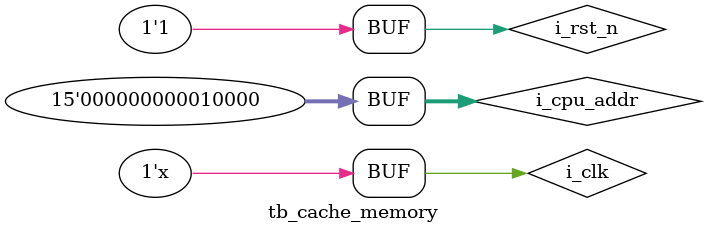
<source format=v>
`timescale 1ns / 1ps


module tb_cache_memory(

    );
    
    parameter MEM_SIZE = 32768;
        //Global Signals
    reg i_clk;
    reg i_rst_n;
    
    // Processor Interface
    reg [$clog2(MEM_SIZE)-1:0] i_cpu_addr;
    wire o_valid;
    wire [31:0] o_instr;
    wire stall_q;

    // Memory Interface
    wire [$clog2(MEM_SIZE)-1:0] o_mem_addr;
    wire  o_stb;
    reg i_ack;
    wire [31:0] i_instr_mem;
    
    ICACHE cache (.i_clk(i_clk),
                  .i_rst_n(i_rst_n),
                  .i_cpu_addr(i_cpu_addr),
                  .o_valid(o_valid),
                  .o_instr(o_instr),
                  .stall_q(stall_q),
                  .o_mem_addr(o_mem_addr),
                  .o_stb(o_stb),
                  .i_ack(o_ack),
                  .i_instr_mem(i_instr_mem));
                  
     INSTRUCTION_MEMORY #(.DEPTH(8192),.DELAY_CYCLE(0)) IMEM (
      .i_clk(i_clk),
      .i_rst_n(i_rst_n),
      .i_addr(o_mem_addr[$clog2(MEM_SIZE)-1:2]),
      .i_stb(o_stb),
      .o_ack(o_ack),
      .instr(i_instr_mem)
     );
     
     always #5 i_clk = ~i_clk;
     
     initial begin
        i_clk = 0;
     end

     initial begin
        i_rst_n = 0;
        
        #100 i_rst_n = 1;
        
        i_cpu_addr = 15'h4;
        #100 i_cpu_addr = 15'hc;
        #20 i_cpu_addr = 15'h10;
     end
endmodule

</source>
